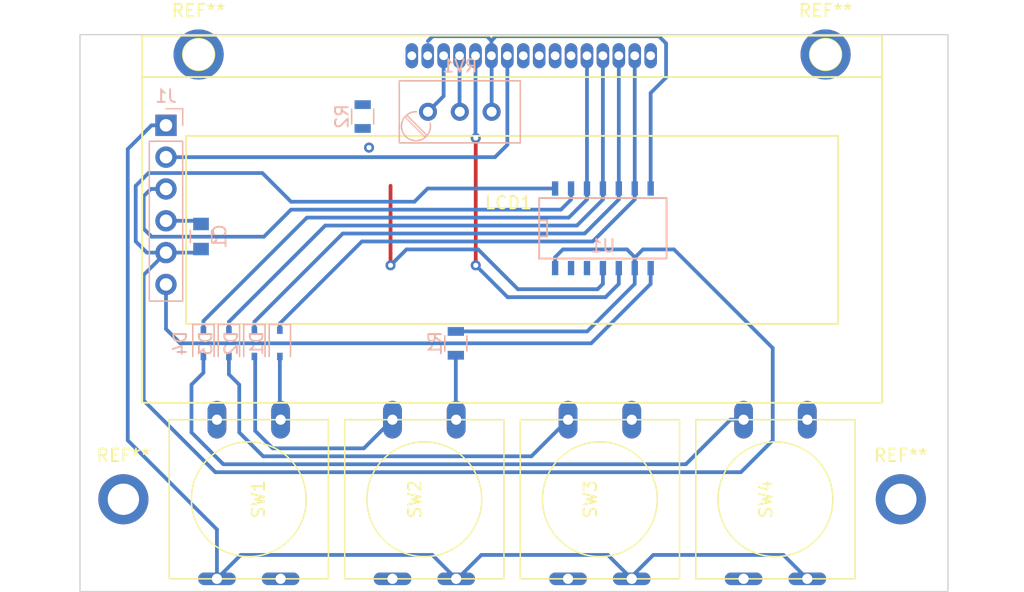
<source format=kicad_pcb>
(kicad_pcb (version 4) (host pcbnew 4.0.6-e0-6349~52~ubuntu16.10.1)

  (general
    (links 44)
    (no_connects 11)
    (area 72.285714 96.625 154.114286 144.015001)
    (thickness 1.6)
    (drawings 4)
    (tracks 155)
    (zones 0)
    (modules 19)
    (nets 26)
  )

  (page A4)
  (layers
    (0 F.Cu signal)
    (31 B.Cu signal)
    (32 B.Adhes user)
    (33 F.Adhes user)
    (34 B.Paste user)
    (35 F.Paste user)
    (36 B.SilkS user hide)
    (37 F.SilkS user)
    (38 B.Mask user)
    (39 F.Mask user)
    (40 Dwgs.User user)
    (41 Cmts.User user)
    (42 Eco1.User user)
    (43 Eco2.User user)
    (44 Edge.Cuts user)
    (45 Margin user)
    (46 B.CrtYd user)
    (47 F.CrtYd user)
    (48 B.Fab user hide)
    (49 F.Fab user)
  )

  (setup
    (last_trace_width 0.3)
    (user_trace_width 0.3)
    (trace_clearance 0.2)
    (zone_clearance 0.508)
    (zone_45_only no)
    (trace_min 0.2)
    (segment_width 0.1)
    (edge_width 0.1)
    (via_size 0.6)
    (via_drill 0.4)
    (via_min_size 0.4)
    (via_min_drill 0.3)
    (user_via 0.8 0.4)
    (uvia_size 0.3)
    (uvia_drill 0.1)
    (uvias_allowed no)
    (uvia_min_size 0.2)
    (uvia_min_drill 0.1)
    (pcb_text_width 0.3)
    (pcb_text_size 1.5 1.5)
    (mod_edge_width 0.15)
    (mod_text_size 1 1)
    (mod_text_width 0.15)
    (pad_size 3 1.5)
    (pad_drill 0.8128)
    (pad_to_mask_clearance 0.2)
    (aux_axis_origin 76.2 144.6)
    (grid_origin 76.2 144.6)
    (visible_elements FFFFEF7F)
    (pcbplotparams
      (layerselection 0x00030_80000001)
      (usegerberextensions false)
      (excludeedgelayer true)
      (linewidth 0.100000)
      (plotframeref false)
      (viasonmask false)
      (mode 1)
      (useauxorigin false)
      (hpglpennumber 1)
      (hpglpenspeed 20)
      (hpglpendiameter 15)
      (hpglpenoverlay 2)
      (psnegative false)
      (psa4output false)
      (plotreference true)
      (plotvalue true)
      (plotinvisibletext false)
      (padsonsilk false)
      (subtractmaskfromsilk false)
      (outputformat 4)
      (mirror false)
      (drillshape 0)
      (scaleselection 1)
      (outputdirectory ""))
  )

  (net 0 "")
  (net 1 +5V)
  (net 2 GND)
  (net 3 "Net-(D1-Pad1)")
  (net 4 "Net-(D1-Pad2)")
  (net 5 "Net-(D2-Pad1)")
  (net 6 "Net-(D2-Pad2)")
  (net 7 "Net-(D3-Pad1)")
  (net 8 "Net-(D3-Pad2)")
  (net 9 "Net-(D4-Pad1)")
  (net 10 "Net-(D4-Pad2)")
  (net 11 "Net-(J1-Pad1)")
  (net 12 "Net-(J1-Pad2)")
  (net 13 "Net-(J1-Pad3)")
  (net 14 "Net-(J1-Pad6)")
  (net 15 "Net-(LCD1-Pad1)")
  (net 16 "Net-(LCD1-Pad4)")
  (net 17 "Net-(LCD1-Pad5)")
  (net 18 "Net-(LCD1-Pad8)")
  (net 19 "Net-(LCD1-Pad9)")
  (net 20 "Net-(LCD1-Pad10)")
  (net 21 "Net-(LCD1-Pad11)")
  (net 22 "Net-(LCD1-Pad16)")
  (net 23 "Net-(R2-Pad2)")
  (net 24 "Net-(U1-Pad12)")
  (net 25 "Net-(U1-Pad13)")

  (net_class Default "Это класс цепей по умолчанию."
    (clearance 0.2)
    (trace_width 0.25)
    (via_dia 0.6)
    (via_drill 0.4)
    (uvia_dia 0.3)
    (uvia_drill 0.1)
    (add_net +5V)
    (add_net GND)
    (add_net "Net-(D1-Pad1)")
    (add_net "Net-(D1-Pad2)")
    (add_net "Net-(D2-Pad1)")
    (add_net "Net-(D2-Pad2)")
    (add_net "Net-(D3-Pad1)")
    (add_net "Net-(D3-Pad2)")
    (add_net "Net-(D4-Pad1)")
    (add_net "Net-(D4-Pad2)")
    (add_net "Net-(J1-Pad1)")
    (add_net "Net-(J1-Pad2)")
    (add_net "Net-(J1-Pad3)")
    (add_net "Net-(J1-Pad6)")
    (add_net "Net-(LCD1-Pad1)")
    (add_net "Net-(LCD1-Pad10)")
    (add_net "Net-(LCD1-Pad11)")
    (add_net "Net-(LCD1-Pad16)")
    (add_net "Net-(LCD1-Pad4)")
    (add_net "Net-(LCD1-Pad5)")
    (add_net "Net-(LCD1-Pad8)")
    (add_net "Net-(LCD1-Pad9)")
    (add_net "Net-(R2-Pad2)")
    (add_net "Net-(U1-Pad12)")
    (add_net "Net-(U1-Pad13)")
  )

  (module Potentiometers:Potentiometer_Trimmer_Bourns_3296W (layer B.Cu) (tedit 58826ECB) (tstamp 59231BD2)
    (at 106.4895 105.6745 180)
    (descr "Spindle Trimmer Potentiometer, Bourns 3296W, https://www.bourns.com/pdfs/3296.pdf")
    (tags "Spindle Trimmer Potentiometer   Bourns 3296W")
    (path /59236201)
    (fp_text reference RV1 (at -2.54 3.66 180) (layer B.SilkS)
      (effects (font (size 1 1) (thickness 0.15)) (justify mirror))
    )
    (fp_text value 10K (at -2.54 -3.67 180) (layer B.Fab)
      (effects (font (size 1 1) (thickness 0.15)) (justify mirror))
    )
    (fp_arc (start 0.955 -1.15) (end 0.955 -2.305) (angle 182) (layer B.SilkS) (width 0.12))
    (fp_arc (start 0.955 -1.15) (end -0.174 -0.91) (angle 103) (layer B.SilkS) (width 0.12))
    (fp_circle (center 0.955 -1.15) (end 2.05 -1.15) (layer B.Fab) (width 0.1))
    (fp_line (start -7.305 2.41) (end -7.305 -2.42) (layer B.Fab) (width 0.1))
    (fp_line (start -7.305 -2.42) (end 2.225 -2.42) (layer B.Fab) (width 0.1))
    (fp_line (start 2.225 -2.42) (end 2.225 2.41) (layer B.Fab) (width 0.1))
    (fp_line (start 2.225 2.41) (end -7.305 2.41) (layer B.Fab) (width 0.1))
    (fp_line (start 1.786 -0.454) (end 0.259 -1.981) (layer B.Fab) (width 0.1))
    (fp_line (start 1.652 -0.32) (end 0.125 -1.847) (layer B.Fab) (width 0.1))
    (fp_line (start -7.365 2.47) (end 2.285 2.47) (layer B.SilkS) (width 0.12))
    (fp_line (start -7.365 -2.481) (end 2.285 -2.481) (layer B.SilkS) (width 0.12))
    (fp_line (start -7.365 2.47) (end -7.365 -2.481) (layer B.SilkS) (width 0.12))
    (fp_line (start 2.285 2.47) (end 2.285 -2.481) (layer B.SilkS) (width 0.12))
    (fp_line (start 1.831 -0.416) (end 0.22 -2.026) (layer B.SilkS) (width 0.12))
    (fp_line (start 1.691 -0.275) (end 0.079 -1.885) (layer B.SilkS) (width 0.12))
    (fp_line (start -7.6 2.7) (end -7.6 -2.7) (layer B.CrtYd) (width 0.05))
    (fp_line (start -7.6 -2.7) (end 2.5 -2.7) (layer B.CrtYd) (width 0.05))
    (fp_line (start 2.5 -2.7) (end 2.5 2.7) (layer B.CrtYd) (width 0.05))
    (fp_line (start 2.5 2.7) (end -7.6 2.7) (layer B.CrtYd) (width 0.05))
    (pad 1 thru_hole circle (at 0 0 180) (size 1.44 1.44) (drill 0.8) (layers *.Cu *.Mask)
      (net 1 +5V))
    (pad 2 thru_hole circle (at -2.54 0 180) (size 1.44 1.44) (drill 0.8) (layers *.Cu *.Mask)
      (net 16 "Net-(LCD1-Pad4)"))
    (pad 3 thru_hole circle (at -5.08 0 180) (size 1.44 1.44) (drill 0.8) (layers *.Cu *.Mask)
      (net 2 GND))
    (model Potentiometers.3dshapes/Potentiometer_Trimmer_Bourns_3296W.wrl
      (at (xyz 0 0 0))
      (scale (xyz 1 1 1))
      (rotate (xyz 0 0 -90))
    )
  )

  (module Socket_Strips:Socket_Strip_Straight_1x06_Pitch2.54mm (layer B.Cu) (tedit 58CD5446) (tstamp 59231B79)
    (at 85.598 106.754 180)
    (descr "Through hole straight socket strip, 1x06, 2.54mm pitch, single row")
    (tags "Through hole socket strip THT 1x06 2.54mm single row")
    (path /592164B0)
    (fp_text reference J1 (at 0 2.33 180) (layer B.SilkS)
      (effects (font (size 1 1) (thickness 0.15)) (justify mirror))
    )
    (fp_text value CONN_01X06 (at 0 -15.03 180) (layer B.Fab)
      (effects (font (size 1 1) (thickness 0.15)) (justify mirror))
    )
    (fp_line (start -1.27 1.27) (end -1.27 -13.97) (layer B.Fab) (width 0.1))
    (fp_line (start -1.27 -13.97) (end 1.27 -13.97) (layer B.Fab) (width 0.1))
    (fp_line (start 1.27 -13.97) (end 1.27 1.27) (layer B.Fab) (width 0.1))
    (fp_line (start 1.27 1.27) (end -1.27 1.27) (layer B.Fab) (width 0.1))
    (fp_line (start -1.33 -1.27) (end -1.33 -14.03) (layer B.SilkS) (width 0.12))
    (fp_line (start -1.33 -14.03) (end 1.33 -14.03) (layer B.SilkS) (width 0.12))
    (fp_line (start 1.33 -14.03) (end 1.33 -1.27) (layer B.SilkS) (width 0.12))
    (fp_line (start 1.33 -1.27) (end -1.33 -1.27) (layer B.SilkS) (width 0.12))
    (fp_line (start -1.33 0) (end -1.33 1.33) (layer B.SilkS) (width 0.12))
    (fp_line (start -1.33 1.33) (end 0 1.33) (layer B.SilkS) (width 0.12))
    (fp_line (start -1.8 1.8) (end -1.8 -14.5) (layer B.CrtYd) (width 0.05))
    (fp_line (start -1.8 -14.5) (end 1.8 -14.5) (layer B.CrtYd) (width 0.05))
    (fp_line (start 1.8 -14.5) (end 1.8 1.8) (layer B.CrtYd) (width 0.05))
    (fp_line (start 1.8 1.8) (end -1.8 1.8) (layer B.CrtYd) (width 0.05))
    (fp_text user %R (at 0 2.33 180) (layer B.Fab)
      (effects (font (size 1 1) (thickness 0.15)) (justify mirror))
    )
    (pad 1 thru_hole rect (at 0 0 180) (size 1.7 1.7) (drill 1) (layers *.Cu *.Mask)
      (net 11 "Net-(J1-Pad1)"))
    (pad 2 thru_hole oval (at 0 -2.54 180) (size 1.7 1.7) (drill 1) (layers *.Cu *.Mask)
      (net 12 "Net-(J1-Pad2)"))
    (pad 3 thru_hole oval (at 0 -5.08 180) (size 1.7 1.7) (drill 1) (layers *.Cu *.Mask)
      (net 13 "Net-(J1-Pad3)"))
    (pad 4 thru_hole oval (at 0 -7.62 180) (size 1.7 1.7) (drill 1) (layers *.Cu *.Mask)
      (net 2 GND))
    (pad 5 thru_hole oval (at 0 -10.16 180) (size 1.7 1.7) (drill 1) (layers *.Cu *.Mask)
      (net 1 +5V))
    (pad 6 thru_hole oval (at 0 -12.7 180) (size 1.7 1.7) (drill 1) (layers *.Cu *.Mask)
      (net 14 "Net-(J1-Pad6)"))
    (model ${KISYS3DMOD}/Socket_Strips.3dshapes/Socket_Strip_Straight_1x06_Pitch2.54mm.wrl
      (at (xyz 0 -0.25 0))
      (scale (xyz 1 1 1))
      (rotate (xyz 0 0 270))
    )
  )

  (module Buttons_Switches_THT:SW_PUSH-12mm locked (layer F.Cu) (tedit 5933F960) (tstamp 59231BDF)
    (at 92.2 136.6 270)
    (path /592306B6)
    (fp_text reference SW1 (at 0 -0.762 270) (layer F.SilkS)
      (effects (font (size 1 1) (thickness 0.15)))
    )
    (fp_text value MENU (at 0 1.016 270) (layer F.Fab)
      (effects (font (size 1 1) (thickness 0.15)))
    )
    (fp_circle (center 0 0) (end 3.81 2.54) (layer F.SilkS) (width 0.12))
    (fp_line (start -6.35 -6.35) (end 6.35 -6.35) (layer F.SilkS) (width 0.12))
    (fp_line (start 6.35 -6.35) (end 6.35 6.35) (layer F.SilkS) (width 0.12))
    (fp_line (start 6.35 6.35) (end -6.35 6.35) (layer F.SilkS) (width 0.12))
    (fp_line (start -6.35 6.35) (end -6.35 -6.35) (layer F.SilkS) (width 0.12))
    (pad 1 thru_hole oval (at 6.35 -2.54) (size 3 1) (drill 0.8128) (layers *.Cu *.Mask)
      (net 4 "Net-(D1-Pad2)"))
    (pad 2 thru_hole oval (at 6.35 2.54) (size 3 1) (drill 0.8128) (layers *.Cu *.Mask)
      (net 11 "Net-(J1-Pad1)"))
    (pad 1 thru_hole oval (at -6.35 -2.54 270) (size 3 1.5) (drill 0.8128) (layers *.Cu *.Mask)
      (net 4 "Net-(D1-Pad2)"))
    (pad 2 thru_hole oval (at -6.35 2.54 270) (size 3 1.5) (drill 0.8128) (layers *.Cu *.Mask)
      (net 11 "Net-(J1-Pad1)"))
    (model Buttons_Switches_THT.3dshapes/SW_PUSH-12mm.wrl
      (at (xyz 0 0 0))
      (scale (xyz 4 4 4))
      (rotate (xyz 0 0 0))
    )
  )

  (module Mounting_Holes:MountingHole_2.5mm_Pad (layer F.Cu) (tedit 59294DC0) (tstamp 59295173)
    (at 138.2 101.1)
    (descr "Mounting Hole 2.5mm")
    (tags "mounting hole 2.5mm")
    (fp_text reference REF** (at 0 -3.5) (layer F.SilkS)
      (effects (font (size 1 1) (thickness 0.15)))
    )
    (fp_text value MountingHole_2.5mm_Pad (at 0 3.5) (layer F.Fab)
      (effects (font (size 1 1) (thickness 0.15)))
    )
    (fp_circle (center 0 0) (end 2.5 0) (layer Cmts.User) (width 0.15))
    (fp_circle (center 0 0) (end 2.75 0) (layer F.CrtYd) (width 0.05))
    (pad 1 thru_hole circle (at 0 0) (size 4 4) (drill 2.5) (layers *.Cu *.Mask))
  )

  (module Mounting_Holes:MountingHole_2.5mm_Pad locked (layer F.Cu) (tedit 59294DC0) (tstamp 5929513E)
    (at 144.2 136.6)
    (descr "Mounting Hole 2.5mm")
    (tags "mounting hole 2.5mm")
    (fp_text reference REF** (at 0 -3.5) (layer F.SilkS)
      (effects (font (size 1 1) (thickness 0.15)))
    )
    (fp_text value MountingHole_2.5mm_Pad (at 0 3.5) (layer F.Fab)
      (effects (font (size 1 1) (thickness 0.15)))
    )
    (fp_circle (center 0 0) (end 2.5 0) (layer Cmts.User) (width 0.15))
    (fp_circle (center 0 0) (end 2.75 0) (layer F.CrtYd) (width 0.05))
    (pad 1 thru_hole circle (at 0 0) (size 4 4) (drill 2.5) (layers *.Cu *.Mask))
  )

  (module Mounting_Holes:MountingHole_2.5mm_Pad locked (layer F.Cu) (tedit 59294DC0) (tstamp 592950C0)
    (at 82.2 136.6)
    (descr "Mounting Hole 2.5mm")
    (tags "mounting hole 2.5mm")
    (fp_text reference REF** (at 0 -3.5) (layer F.SilkS)
      (effects (font (size 1 1) (thickness 0.15)))
    )
    (fp_text value MountingHole_2.5mm_Pad (at 0 3.5) (layer F.Fab)
      (effects (font (size 1 1) (thickness 0.15)))
    )
    (fp_circle (center 0 0) (end 2.5 0) (layer Cmts.User) (width 0.15))
    (fp_circle (center 0 0) (end 2.75 0) (layer F.CrtYd) (width 0.05))
    (pad 1 thru_hole circle (at 0 0) (size 4 4) (drill 2.5) (layers *.Cu *.Mask))
  )

  (module Capacitors_SMD:C_0805 (layer B.Cu) (tedit 58AA8463) (tstamp 59231B00)
    (at 88.392 115.628 90)
    (descr "Capacitor SMD 0805, reflow soldering, AVX (see smccp.pdf)")
    (tags "capacitor 0805")
    (path /592315F5)
    (attr smd)
    (fp_text reference C1 (at 0 1.5 90) (layer B.SilkS)
      (effects (font (size 1 1) (thickness 0.15)) (justify mirror))
    )
    (fp_text value 100n (at 0 -1.75 90) (layer B.Fab)
      (effects (font (size 1 1) (thickness 0.15)) (justify mirror))
    )
    (fp_text user %R (at 0 1.5 90) (layer B.Fab)
      (effects (font (size 1 1) (thickness 0.15)) (justify mirror))
    )
    (fp_line (start -1 -0.62) (end -1 0.62) (layer B.Fab) (width 0.1))
    (fp_line (start 1 -0.62) (end -1 -0.62) (layer B.Fab) (width 0.1))
    (fp_line (start 1 0.62) (end 1 -0.62) (layer B.Fab) (width 0.1))
    (fp_line (start -1 0.62) (end 1 0.62) (layer B.Fab) (width 0.1))
    (fp_line (start 0.5 0.85) (end -0.5 0.85) (layer B.SilkS) (width 0.12))
    (fp_line (start -0.5 -0.85) (end 0.5 -0.85) (layer B.SilkS) (width 0.12))
    (fp_line (start -1.75 0.88) (end 1.75 0.88) (layer B.CrtYd) (width 0.05))
    (fp_line (start -1.75 0.88) (end -1.75 -0.87) (layer B.CrtYd) (width 0.05))
    (fp_line (start 1.75 -0.87) (end 1.75 0.88) (layer B.CrtYd) (width 0.05))
    (fp_line (start 1.75 -0.87) (end -1.75 -0.87) (layer B.CrtYd) (width 0.05))
    (pad 1 smd rect (at -1 0 90) (size 1 1.25) (layers B.Cu B.Paste B.Mask)
      (net 1 +5V))
    (pad 2 smd rect (at 1 0 90) (size 1 1.25) (layers B.Cu B.Paste B.Mask)
      (net 2 GND))
    (model Capacitors_SMD.3dshapes/C_0805.wrl
      (at (xyz 0 0 0))
      (scale (xyz 1 1 1))
      (rotate (xyz 0 0 0))
    )
  )

  (module Diodes_SMD:D_SOD-323 (layer B.Cu) (tedit 58641739) (tstamp 59231B18)
    (at 94.6785 124.153 270)
    (descr SOD-323)
    (tags SOD-323)
    (path /59231249)
    (attr smd)
    (fp_text reference D1 (at 0 1.85 270) (layer B.SilkS)
      (effects (font (size 1 1) (thickness 0.15)) (justify mirror))
    )
    (fp_text value BAS316 (at 0.1 -1.9 270) (layer B.Fab)
      (effects (font (size 1 1) (thickness 0.15)) (justify mirror))
    )
    (fp_text user %R (at 0 1.85 270) (layer B.Fab)
      (effects (font (size 1 1) (thickness 0.15)) (justify mirror))
    )
    (fp_line (start -1.5 0.85) (end -1.5 -0.85) (layer B.SilkS) (width 0.12))
    (fp_line (start 0.2 0) (end 0.45 0) (layer B.Fab) (width 0.1))
    (fp_line (start 0.2 -0.35) (end -0.3 0) (layer B.Fab) (width 0.1))
    (fp_line (start 0.2 0.35) (end 0.2 -0.35) (layer B.Fab) (width 0.1))
    (fp_line (start -0.3 0) (end 0.2 0.35) (layer B.Fab) (width 0.1))
    (fp_line (start -0.3 0) (end -0.5 0) (layer B.Fab) (width 0.1))
    (fp_line (start -0.3 0.35) (end -0.3 -0.35) (layer B.Fab) (width 0.1))
    (fp_line (start -0.9 -0.7) (end -0.9 0.7) (layer B.Fab) (width 0.1))
    (fp_line (start 0.9 -0.7) (end -0.9 -0.7) (layer B.Fab) (width 0.1))
    (fp_line (start 0.9 0.7) (end 0.9 -0.7) (layer B.Fab) (width 0.1))
    (fp_line (start -0.9 0.7) (end 0.9 0.7) (layer B.Fab) (width 0.1))
    (fp_line (start -1.6 0.95) (end 1.6 0.95) (layer B.CrtYd) (width 0.05))
    (fp_line (start 1.6 0.95) (end 1.6 -0.95) (layer B.CrtYd) (width 0.05))
    (fp_line (start -1.6 -0.95) (end 1.6 -0.95) (layer B.CrtYd) (width 0.05))
    (fp_line (start -1.6 0.95) (end -1.6 -0.95) (layer B.CrtYd) (width 0.05))
    (fp_line (start -1.5 -0.85) (end 1.05 -0.85) (layer B.SilkS) (width 0.12))
    (fp_line (start -1.5 0.85) (end 1.05 0.85) (layer B.SilkS) (width 0.12))
    (pad 1 smd rect (at -1.05 0 270) (size 0.6 0.45) (layers B.Cu B.Paste B.Mask)
      (net 3 "Net-(D1-Pad1)"))
    (pad 2 smd rect (at 1.05 0 270) (size 0.6 0.45) (layers B.Cu B.Paste B.Mask)
      (net 4 "Net-(D1-Pad2)"))
    (model ${KISYS3DMOD}/Diodes_SMD.3dshapes/D_SOD-323.wrl
      (at (xyz 0 0 0))
      (scale (xyz 1 1 1))
      (rotate (xyz 0 0 0))
    )
  )

  (module Diodes_SMD:D_SOD-323 (layer B.Cu) (tedit 58641739) (tstamp 59231B30)
    (at 92.6465 124.153 270)
    (descr SOD-323)
    (tags SOD-323)
    (path /592311DB)
    (attr smd)
    (fp_text reference D2 (at 0 1.85 270) (layer B.SilkS)
      (effects (font (size 1 1) (thickness 0.15)) (justify mirror))
    )
    (fp_text value BAS316 (at 0.1 -1.9 270) (layer B.Fab)
      (effects (font (size 1 1) (thickness 0.15)) (justify mirror))
    )
    (fp_text user %R (at 0 1.85 270) (layer B.Fab)
      (effects (font (size 1 1) (thickness 0.15)) (justify mirror))
    )
    (fp_line (start -1.5 0.85) (end -1.5 -0.85) (layer B.SilkS) (width 0.12))
    (fp_line (start 0.2 0) (end 0.45 0) (layer B.Fab) (width 0.1))
    (fp_line (start 0.2 -0.35) (end -0.3 0) (layer B.Fab) (width 0.1))
    (fp_line (start 0.2 0.35) (end 0.2 -0.35) (layer B.Fab) (width 0.1))
    (fp_line (start -0.3 0) (end 0.2 0.35) (layer B.Fab) (width 0.1))
    (fp_line (start -0.3 0) (end -0.5 0) (layer B.Fab) (width 0.1))
    (fp_line (start -0.3 0.35) (end -0.3 -0.35) (layer B.Fab) (width 0.1))
    (fp_line (start -0.9 -0.7) (end -0.9 0.7) (layer B.Fab) (width 0.1))
    (fp_line (start 0.9 -0.7) (end -0.9 -0.7) (layer B.Fab) (width 0.1))
    (fp_line (start 0.9 0.7) (end 0.9 -0.7) (layer B.Fab) (width 0.1))
    (fp_line (start -0.9 0.7) (end 0.9 0.7) (layer B.Fab) (width 0.1))
    (fp_line (start -1.6 0.95) (end 1.6 0.95) (layer B.CrtYd) (width 0.05))
    (fp_line (start 1.6 0.95) (end 1.6 -0.95) (layer B.CrtYd) (width 0.05))
    (fp_line (start -1.6 -0.95) (end 1.6 -0.95) (layer B.CrtYd) (width 0.05))
    (fp_line (start -1.6 0.95) (end -1.6 -0.95) (layer B.CrtYd) (width 0.05))
    (fp_line (start -1.5 -0.85) (end 1.05 -0.85) (layer B.SilkS) (width 0.12))
    (fp_line (start -1.5 0.85) (end 1.05 0.85) (layer B.SilkS) (width 0.12))
    (pad 1 smd rect (at -1.05 0 270) (size 0.6 0.45) (layers B.Cu B.Paste B.Mask)
      (net 5 "Net-(D2-Pad1)"))
    (pad 2 smd rect (at 1.05 0 270) (size 0.6 0.45) (layers B.Cu B.Paste B.Mask)
      (net 6 "Net-(D2-Pad2)"))
    (model ${KISYS3DMOD}/Diodes_SMD.3dshapes/D_SOD-323.wrl
      (at (xyz 0 0 0))
      (scale (xyz 1 1 1))
      (rotate (xyz 0 0 0))
    )
  )

  (module Diodes_SMD:D_SOD-323 (layer B.Cu) (tedit 58641739) (tstamp 59231B48)
    (at 90.6145 124.153 270)
    (descr SOD-323)
    (tags SOD-323)
    (path /59230EC7)
    (attr smd)
    (fp_text reference D3 (at 0 1.85 270) (layer B.SilkS)
      (effects (font (size 1 1) (thickness 0.15)) (justify mirror))
    )
    (fp_text value BAS316 (at 0.1 -1.9 270) (layer B.Fab)
      (effects (font (size 1 1) (thickness 0.15)) (justify mirror))
    )
    (fp_text user %R (at 0 1.85 270) (layer B.Fab)
      (effects (font (size 1 1) (thickness 0.15)) (justify mirror))
    )
    (fp_line (start -1.5 0.85) (end -1.5 -0.85) (layer B.SilkS) (width 0.12))
    (fp_line (start 0.2 0) (end 0.45 0) (layer B.Fab) (width 0.1))
    (fp_line (start 0.2 -0.35) (end -0.3 0) (layer B.Fab) (width 0.1))
    (fp_line (start 0.2 0.35) (end 0.2 -0.35) (layer B.Fab) (width 0.1))
    (fp_line (start -0.3 0) (end 0.2 0.35) (layer B.Fab) (width 0.1))
    (fp_line (start -0.3 0) (end -0.5 0) (layer B.Fab) (width 0.1))
    (fp_line (start -0.3 0.35) (end -0.3 -0.35) (layer B.Fab) (width 0.1))
    (fp_line (start -0.9 -0.7) (end -0.9 0.7) (layer B.Fab) (width 0.1))
    (fp_line (start 0.9 -0.7) (end -0.9 -0.7) (layer B.Fab) (width 0.1))
    (fp_line (start 0.9 0.7) (end 0.9 -0.7) (layer B.Fab) (width 0.1))
    (fp_line (start -0.9 0.7) (end 0.9 0.7) (layer B.Fab) (width 0.1))
    (fp_line (start -1.6 0.95) (end 1.6 0.95) (layer B.CrtYd) (width 0.05))
    (fp_line (start 1.6 0.95) (end 1.6 -0.95) (layer B.CrtYd) (width 0.05))
    (fp_line (start -1.6 -0.95) (end 1.6 -0.95) (layer B.CrtYd) (width 0.05))
    (fp_line (start -1.6 0.95) (end -1.6 -0.95) (layer B.CrtYd) (width 0.05))
    (fp_line (start -1.5 -0.85) (end 1.05 -0.85) (layer B.SilkS) (width 0.12))
    (fp_line (start -1.5 0.85) (end 1.05 0.85) (layer B.SilkS) (width 0.12))
    (pad 1 smd rect (at -1.05 0 270) (size 0.6 0.45) (layers B.Cu B.Paste B.Mask)
      (net 7 "Net-(D3-Pad1)"))
    (pad 2 smd rect (at 1.05 0 270) (size 0.6 0.45) (layers B.Cu B.Paste B.Mask)
      (net 8 "Net-(D3-Pad2)"))
    (model ${KISYS3DMOD}/Diodes_SMD.3dshapes/D_SOD-323.wrl
      (at (xyz 0 0 0))
      (scale (xyz 1 1 1))
      (rotate (xyz 0 0 0))
    )
  )

  (module Diodes_SMD:D_SOD-323 (layer B.Cu) (tedit 58641739) (tstamp 59231B60)
    (at 88.5825 124.153 270)
    (descr SOD-323)
    (tags SOD-323)
    (path /59230BEC)
    (attr smd)
    (fp_text reference D4 (at 0 1.85 270) (layer B.SilkS)
      (effects (font (size 1 1) (thickness 0.15)) (justify mirror))
    )
    (fp_text value BAS316 (at 0.1 -1.9 270) (layer B.Fab)
      (effects (font (size 1 1) (thickness 0.15)) (justify mirror))
    )
    (fp_text user %R (at 0 1.85 270) (layer B.Fab)
      (effects (font (size 1 1) (thickness 0.15)) (justify mirror))
    )
    (fp_line (start -1.5 0.85) (end -1.5 -0.85) (layer B.SilkS) (width 0.12))
    (fp_line (start 0.2 0) (end 0.45 0) (layer B.Fab) (width 0.1))
    (fp_line (start 0.2 -0.35) (end -0.3 0) (layer B.Fab) (width 0.1))
    (fp_line (start 0.2 0.35) (end 0.2 -0.35) (layer B.Fab) (width 0.1))
    (fp_line (start -0.3 0) (end 0.2 0.35) (layer B.Fab) (width 0.1))
    (fp_line (start -0.3 0) (end -0.5 0) (layer B.Fab) (width 0.1))
    (fp_line (start -0.3 0.35) (end -0.3 -0.35) (layer B.Fab) (width 0.1))
    (fp_line (start -0.9 -0.7) (end -0.9 0.7) (layer B.Fab) (width 0.1))
    (fp_line (start 0.9 -0.7) (end -0.9 -0.7) (layer B.Fab) (width 0.1))
    (fp_line (start 0.9 0.7) (end 0.9 -0.7) (layer B.Fab) (width 0.1))
    (fp_line (start -0.9 0.7) (end 0.9 0.7) (layer B.Fab) (width 0.1))
    (fp_line (start -1.6 0.95) (end 1.6 0.95) (layer B.CrtYd) (width 0.05))
    (fp_line (start 1.6 0.95) (end 1.6 -0.95) (layer B.CrtYd) (width 0.05))
    (fp_line (start -1.6 -0.95) (end 1.6 -0.95) (layer B.CrtYd) (width 0.05))
    (fp_line (start -1.6 0.95) (end -1.6 -0.95) (layer B.CrtYd) (width 0.05))
    (fp_line (start -1.5 -0.85) (end 1.05 -0.85) (layer B.SilkS) (width 0.12))
    (fp_line (start -1.5 0.85) (end 1.05 0.85) (layer B.SilkS) (width 0.12))
    (pad 1 smd rect (at -1.05 0 270) (size 0.6 0.45) (layers B.Cu B.Paste B.Mask)
      (net 9 "Net-(D4-Pad1)"))
    (pad 2 smd rect (at 1.05 0 270) (size 0.6 0.45) (layers B.Cu B.Paste B.Mask)
      (net 10 "Net-(D4-Pad2)"))
    (model ${KISYS3DMOD}/Diodes_SMD.3dshapes/D_SOD-323.wrl
      (at (xyz 0 0 0))
      (scale (xyz 1 1 1))
      (rotate (xyz 0 0 0))
    )
  )

  (module Resistors_SMD:R_0805 (layer B.Cu) (tedit 58E0A804) (tstamp 59231BA7)
    (at 108.712 124.1555 270)
    (descr "Resistor SMD 0805, reflow soldering, Vishay (see dcrcw.pdf)")
    (tags "resistor 0805")
    (path /59231584)
    (attr smd)
    (fp_text reference R1 (at 0 1.65 270) (layer B.SilkS)
      (effects (font (size 1 1) (thickness 0.15)) (justify mirror))
    )
    (fp_text value 1K (at 0 -1.75 270) (layer B.Fab)
      (effects (font (size 1 1) (thickness 0.15)) (justify mirror))
    )
    (fp_text user %R (at 0 0 270) (layer B.Fab)
      (effects (font (size 0.5 0.5) (thickness 0.075)) (justify mirror))
    )
    (fp_line (start -1 -0.62) (end -1 0.62) (layer B.Fab) (width 0.1))
    (fp_line (start 1 -0.62) (end -1 -0.62) (layer B.Fab) (width 0.1))
    (fp_line (start 1 0.62) (end 1 -0.62) (layer B.Fab) (width 0.1))
    (fp_line (start -1 0.62) (end 1 0.62) (layer B.Fab) (width 0.1))
    (fp_line (start 0.6 -0.88) (end -0.6 -0.88) (layer B.SilkS) (width 0.12))
    (fp_line (start -0.6 0.88) (end 0.6 0.88) (layer B.SilkS) (width 0.12))
    (fp_line (start -1.55 0.9) (end 1.55 0.9) (layer B.CrtYd) (width 0.05))
    (fp_line (start -1.55 0.9) (end -1.55 -0.9) (layer B.CrtYd) (width 0.05))
    (fp_line (start 1.55 -0.9) (end 1.55 0.9) (layer B.CrtYd) (width 0.05))
    (fp_line (start 1.55 -0.9) (end -1.55 -0.9) (layer B.CrtYd) (width 0.05))
    (pad 1 smd rect (at -0.95 0 270) (size 0.7 1.3) (layers B.Cu B.Paste B.Mask)
      (net 1 +5V))
    (pad 2 smd rect (at 0.95 0 270) (size 0.7 1.3) (layers B.Cu B.Paste B.Mask)
      (net 11 "Net-(J1-Pad1)"))
    (model ${KISYS3DMOD}/Resistors_SMD.3dshapes/R_0805.wrl
      (at (xyz 0 0 0))
      (scale (xyz 1 1 1))
      (rotate (xyz 0 0 0))
    )
  )

  (module Resistors_SMD:R_0805 (layer B.Cu) (tedit 58E0A804) (tstamp 59231BB8)
    (at 101.2825 106.053 270)
    (descr "Resistor SMD 0805, reflow soldering, Vishay (see dcrcw.pdf)")
    (tags "resistor 0805")
    (path /592339F0)
    (attr smd)
    (fp_text reference R2 (at 0 1.65 270) (layer B.SilkS)
      (effects (font (size 1 1) (thickness 0.15)) (justify mirror))
    )
    (fp_text value 50R (at 0 -1.75 270) (layer B.Fab)
      (effects (font (size 1 1) (thickness 0.15)) (justify mirror))
    )
    (fp_text user %R (at 0 0 270) (layer B.Fab)
      (effects (font (size 0.5 0.5) (thickness 0.075)) (justify mirror))
    )
    (fp_line (start -1 -0.62) (end -1 0.62) (layer B.Fab) (width 0.1))
    (fp_line (start 1 -0.62) (end -1 -0.62) (layer B.Fab) (width 0.1))
    (fp_line (start 1 0.62) (end 1 -0.62) (layer B.Fab) (width 0.1))
    (fp_line (start -1 0.62) (end 1 0.62) (layer B.Fab) (width 0.1))
    (fp_line (start 0.6 -0.88) (end -0.6 -0.88) (layer B.SilkS) (width 0.12))
    (fp_line (start -0.6 0.88) (end 0.6 0.88) (layer B.SilkS) (width 0.12))
    (fp_line (start -1.55 0.9) (end 1.55 0.9) (layer B.CrtYd) (width 0.05))
    (fp_line (start -1.55 0.9) (end -1.55 -0.9) (layer B.CrtYd) (width 0.05))
    (fp_line (start 1.55 -0.9) (end 1.55 0.9) (layer B.CrtYd) (width 0.05))
    (fp_line (start 1.55 -0.9) (end -1.55 -0.9) (layer B.CrtYd) (width 0.05))
    (pad 1 smd rect (at -0.95 0 270) (size 0.7 1.3) (layers B.Cu B.Paste B.Mask)
      (net 15 "Net-(LCD1-Pad1)"))
    (pad 2 smd rect (at 0.95 0 270) (size 0.7 1.3) (layers B.Cu B.Paste B.Mask)
      (net 23 "Net-(R2-Pad2)"))
    (model ${KISYS3DMOD}/Resistors_SMD.3dshapes/R_0805.wrl
      (at (xyz 0 0 0))
      (scale (xyz 1 1 1))
      (rotate (xyz 0 0 0))
    )
  )

  (module Buttons_Switches_THT:SW_PUSH-12mm locked (layer F.Cu) (tedit 5933F97B) (tstamp 59231BEC)
    (at 106.2 136.6 90)
    (path /59230705)
    (fp_text reference SW2 (at 0 -0.762 90) (layer F.SilkS)
      (effects (font (size 1 1) (thickness 0.15)))
    )
    (fp_text value DOWN (at 0 1.016 90) (layer F.Fab)
      (effects (font (size 1 1) (thickness 0.15)))
    )
    (fp_circle (center 0 0) (end 3.81 2.54) (layer F.SilkS) (width 0.12))
    (fp_line (start -6.35 -6.35) (end 6.35 -6.35) (layer F.SilkS) (width 0.12))
    (fp_line (start 6.35 -6.35) (end 6.35 6.35) (layer F.SilkS) (width 0.12))
    (fp_line (start 6.35 6.35) (end -6.35 6.35) (layer F.SilkS) (width 0.12))
    (fp_line (start -6.35 6.35) (end -6.35 -6.35) (layer F.SilkS) (width 0.12))
    (pad 1 thru_hole oval (at 6.35 -2.54 90) (size 3 1.5) (drill 0.8128) (layers *.Cu *.Mask)
      (net 6 "Net-(D2-Pad2)"))
    (pad 2 thru_hole oval (at 6.35 2.54 90) (size 3 1.5) (drill 0.8128) (layers *.Cu *.Mask)
      (net 11 "Net-(J1-Pad1)"))
    (pad 1 thru_hole oval (at -6.35 -2.54 180) (size 3 1) (drill 0.8128) (layers *.Cu *.Mask)
      (net 6 "Net-(D2-Pad2)"))
    (pad 2 thru_hole oval (at -6.35 2.54 180) (size 3 1) (drill 0.8128) (layers *.Cu *.Mask)
      (net 11 "Net-(J1-Pad1)"))
    (model Buttons_Switches_THT.3dshapes/SW_PUSH-12mm.wrl
      (at (xyz 0 0 0))
      (scale (xyz 4 4 4))
      (rotate (xyz 0 0 0))
    )
  )

  (module Buttons_Switches_THT:SW_PUSH-12mm locked (layer F.Cu) (tedit 5933FAB7) (tstamp 59231BF9)
    (at 120.2 136.6 90)
    (path /59230730)
    (fp_text reference SW3 (at 0 -0.762 90) (layer F.SilkS)
      (effects (font (size 1 1) (thickness 0.15)))
    )
    (fp_text value UP (at 0 1.016 90) (layer F.Fab)
      (effects (font (size 1 1) (thickness 0.15)))
    )
    (fp_circle (center 0 0) (end 3.81 2.54) (layer F.SilkS) (width 0.12))
    (fp_line (start -6.35 -6.35) (end 6.35 -6.35) (layer F.SilkS) (width 0.12))
    (fp_line (start 6.35 -6.35) (end 6.35 6.35) (layer F.SilkS) (width 0.12))
    (fp_line (start 6.35 6.35) (end -6.35 6.35) (layer F.SilkS) (width 0.12))
    (fp_line (start -6.35 6.35) (end -6.35 -6.35) (layer F.SilkS) (width 0.12))
    (pad 1 thru_hole oval (at 6.35 -2.54 90) (size 3 1.5) (drill 0.8128) (layers *.Cu *.Mask)
      (net 8 "Net-(D3-Pad2)"))
    (pad 2 thru_hole oval (at 6.35 2.54 90) (size 3 1.5) (drill 0.8128) (layers *.Cu *.Mask)
      (net 11 "Net-(J1-Pad1)"))
    (pad 1 thru_hole oval (at -6.35 -2.54 180) (size 3 1) (drill 0.8128) (layers *.Cu *.Mask)
      (net 8 "Net-(D3-Pad2)"))
    (pad 2 thru_hole oval (at -6.35 2.54 180) (size 3 1) (drill 0.8128) (layers *.Cu *.Mask)
      (net 11 "Net-(J1-Pad1)"))
    (model Buttons_Switches_THT.3dshapes/SW_PUSH-12mm.wrl
      (at (xyz 0 0 0))
      (scale (xyz 4 4 4))
      (rotate (xyz 0 0 0))
    )
  )

  (module Buttons_Switches_THT:SW_PUSH-12mm locked (layer F.Cu) (tedit 5933FAC6) (tstamp 59231C06)
    (at 134.2 136.6 90)
    (path /59230777)
    (fp_text reference SW4 (at 0 -0.762 90) (layer F.SilkS)
      (effects (font (size 1 1) (thickness 0.15)))
    )
    (fp_text value OK (at 0 1.016 90) (layer F.Fab)
      (effects (font (size 1 1) (thickness 0.15)))
    )
    (fp_circle (center 0 0) (end 3.81 2.54) (layer F.SilkS) (width 0.12))
    (fp_line (start -6.35 -6.35) (end 6.35 -6.35) (layer F.SilkS) (width 0.12))
    (fp_line (start 6.35 -6.35) (end 6.35 6.35) (layer F.SilkS) (width 0.12))
    (fp_line (start 6.35 6.35) (end -6.35 6.35) (layer F.SilkS) (width 0.12))
    (fp_line (start -6.35 6.35) (end -6.35 -6.35) (layer F.SilkS) (width 0.12))
    (pad 1 thru_hole oval (at 6.35 -2.54 90) (size 3 1.5) (drill 0.8128) (layers *.Cu *.Mask)
      (net 10 "Net-(D4-Pad2)"))
    (pad 2 thru_hole oval (at 6.35 2.54 90) (size 3 1.5) (drill 0.8128) (layers *.Cu *.Mask)
      (net 11 "Net-(J1-Pad1)"))
    (pad 1 thru_hole oval (at -6.35 -2.54 180) (size 3 1) (drill 0.8128) (layers *.Cu *.Mask)
      (net 10 "Net-(D4-Pad2)"))
    (pad 2 thru_hole oval (at -6.35 2.54 180) (size 3 1) (drill 0.8128) (layers *.Cu *.Mask)
      (net 11 "Net-(J1-Pad1)"))
    (model Buttons_Switches_THT.3dshapes/SW_PUSH-12mm.wrl
      (at (xyz 0 0 0))
      (scale (xyz 4 4 4))
      (rotate (xyz 0 0 0))
    )
  )

  (module SMD_Packages:SOIC-14_N locked (layer B.Cu) (tedit 0) (tstamp 59231C1F)
    (at 120.44 115.1)
    (descr "Module CMS SOJ 14 pins Large")
    (tags "CMS SOJ")
    (path /59231658)
    (attr smd)
    (fp_text reference U1 (at 0 1.27) (layer B.SilkS)
      (effects (font (size 1 1) (thickness 0.15)) (justify mirror))
    )
    (fp_text value 74164 (at 0 -1.27) (layer B.Fab)
      (effects (font (size 1 1) (thickness 0.15)) (justify mirror))
    )
    (fp_line (start 5.08 2.286) (end 5.08 -2.54) (layer B.SilkS) (width 0.15))
    (fp_line (start 5.08 -2.54) (end -5.08 -2.54) (layer B.SilkS) (width 0.15))
    (fp_line (start -5.08 -2.54) (end -5.08 2.286) (layer B.SilkS) (width 0.15))
    (fp_line (start -5.08 2.286) (end 5.08 2.286) (layer B.SilkS) (width 0.15))
    (fp_line (start -5.08 0.508) (end -4.445 0.508) (layer B.SilkS) (width 0.15))
    (fp_line (start -4.445 0.508) (end -4.445 -0.762) (layer B.SilkS) (width 0.15))
    (fp_line (start -4.445 -0.762) (end -5.08 -0.762) (layer B.SilkS) (width 0.15))
    (pad 1 smd rect (at -3.81 -3.302) (size 0.508 1.143) (layers B.Cu B.Paste B.Mask)
      (net 1 +5V))
    (pad 2 smd rect (at -2.54 -3.302) (size 0.508 1.143) (layers B.Cu B.Paste B.Mask)
      (net 13 "Net-(J1-Pad3)"))
    (pad 3 smd rect (at -1.27 -3.302) (size 0.508 1.143) (layers B.Cu B.Paste B.Mask)
      (net 9 "Net-(D4-Pad1)"))
    (pad 4 smd rect (at 0 -3.302) (size 0.508 1.143) (layers B.Cu B.Paste B.Mask)
      (net 7 "Net-(D3-Pad1)"))
    (pad 5 smd rect (at 1.27 -3.302) (size 0.508 1.143) (layers B.Cu B.Paste B.Mask)
      (net 5 "Net-(D2-Pad1)"))
    (pad 6 smd rect (at 2.54 -3.302) (size 0.508 1.143) (layers B.Cu B.Paste B.Mask)
      (net 3 "Net-(D1-Pad1)"))
    (pad 7 smd rect (at 3.81 -3.302) (size 0.508 1.143) (layers B.Cu B.Paste B.Mask)
      (net 2 GND))
    (pad 8 smd rect (at 3.81 3.048) (size 0.508 1.143) (layers B.Cu B.Paste B.Mask)
      (net 14 "Net-(J1-Pad6)"))
    (pad 9 smd rect (at 2.54 3.048) (size 0.508 1.143) (layers B.Cu B.Paste B.Mask)
      (net 1 +5V))
    (pad 11 smd rect (at 0 3.048) (size 0.508 1.143) (layers B.Cu B.Paste B.Mask)
      (net 23 "Net-(R2-Pad2)"))
    (pad 12 smd rect (at -1.27 3.048) (size 0.508 1.143) (layers B.Cu B.Paste B.Mask)
      (net 24 "Net-(U1-Pad12)"))
    (pad 13 smd rect (at -2.54 3.048) (size 0.508 1.143) (layers B.Cu B.Paste B.Mask)
      (net 25 "Net-(U1-Pad13)"))
    (pad 14 smd rect (at -3.81 3.048) (size 0.508 1.143) (layers B.Cu B.Paste B.Mask)
      (net 1 +5V))
    (pad 10 smd rect (at 1.27 3.048) (size 0.508 1.143) (layers B.Cu B.Paste B.Mask)
      (net 17 "Net-(LCD1-Pad5)"))
    (model SMD_Packages.3dshapes/SOIC-14_N.wrl
      (at (xyz 0 0 0))
      (scale (xyz 0.5 0.4 0.5))
      (rotate (xyz 0 0 0))
    )
  )

  (module Mounting_Holes:MountingHole_2.5mm_Pad (layer F.Cu) (tedit 59294DC0) (tstamp 59285CE5)
    (at 88.2 101.1)
    (descr "Mounting Hole 2.5mm")
    (tags "mounting hole 2.5mm")
    (fp_text reference REF** (at 0 -3.5) (layer F.SilkS)
      (effects (font (size 1 1) (thickness 0.15)))
    )
    (fp_text value MountingHole_2.5mm_Pad (at 0 3.5) (layer F.Fab)
      (effects (font (size 1 1) (thickness 0.15)))
    )
    (fp_circle (center 0 0) (end 2.5 0) (layer Cmts.User) (width 0.15))
    (fp_circle (center 0 0) (end 2.75 0) (layer F.CrtYd) (width 0.05))
    (pad 1 thru_hole circle (at 0 0) (size 4 4) (drill 2.5) (layers *.Cu *.Mask))
  )

  (module winstar:WH1602S locked (layer F.Cu) (tedit 592944F9) (tstamp 59231B96)
    (at 113.2 115.1)
    (descr WH1602S)
    (tags "WH1602, HD44780")
    (path /592097AA)
    (fp_text reference LCD1 (at -0.29 -2.165) (layer F.SilkS)
      (effects (font (size 1 1) (thickness 0.15)))
    )
    (fp_text value WH1602S (at -0.29 -4.705) (layer F.Fab)
      (effects (font (size 1 1) (thickness 0.15)))
    )
    (fp_circle (center 25 -14) (end 25 -12.75) (layer F.SilkS) (width 0.15))
    (fp_circle (center -25 -14) (end -25 -12.75) (layer F.SilkS) (width 0.15))
    (fp_line (start 26 -7.5) (end 26 7.5) (layer F.SilkS) (width 0.15))
    (fp_line (start -26 -7.5) (end -26 7.5) (layer F.SilkS) (width 0.15))
    (fp_line (start -26 7.5) (end 26 7.5) (layer F.SilkS) (width 0.15))
    (fp_line (start -26 -7.5) (end 26 -7.5) (layer F.SilkS) (width 0.15))
    (fp_line (start -29.5 -12.2) (end 29.5 -12.2) (layer F.SilkS) (width 0.15))
    (fp_line (start -29.5 -15.5) (end 29.5 -15.5) (layer F.SilkS) (width 0.15))
    (fp_line (start 29.5 -15.5) (end 29.5 13.8) (layer F.SilkS) (width 0.15))
    (fp_line (start 29.5 13.8) (end -29.5 13.8) (layer F.SilkS) (width 0.15))
    (fp_line (start -29.5 13.8) (end -29.5 -15.5) (layer F.SilkS) (width 0.15))
    (pad 1 thru_hole oval (at -8 -13.9) (size 1 2) (drill 0.7) (layers *.Cu *.Mask)
      (net 15 "Net-(LCD1-Pad1)"))
    (pad 2 thru_hole oval (at -6.73 -13.9) (size 1 2) (drill 0.7) (layers *.Cu *.Mask)
      (net 2 GND))
    (pad 3 thru_hole oval (at -5.46 -13.9) (size 1 2) (drill 0.7) (layers *.Cu *.Mask)
      (net 1 +5V))
    (pad 4 thru_hole oval (at -4.19 -13.9) (size 1 2) (drill 0.7) (layers *.Cu *.Mask)
      (net 16 "Net-(LCD1-Pad4)"))
    (pad 5 thru_hole oval (at -2.92 -13.9) (size 1 2) (drill 0.7) (layers *.Cu *.Mask)
      (net 17 "Net-(LCD1-Pad5)"))
    (pad 6 thru_hole oval (at -1.65 -13.9) (size 1 2) (drill 0.7) (layers *.Cu *.Mask)
      (net 2 GND))
    (pad 7 thru_hole oval (at -0.38 -13.9) (size 1 2) (drill 0.7) (layers *.Cu *.Mask)
      (net 12 "Net-(J1-Pad2)"))
    (pad 8 thru_hole oval (at 0.89 -13.9) (size 1 2) (drill 0.7) (layers *.Cu *.Mask)
      (net 18 "Net-(LCD1-Pad8)"))
    (pad 9 thru_hole oval (at 2.16 -13.9) (size 1 2) (drill 0.7) (layers *.Cu *.Mask)
      (net 19 "Net-(LCD1-Pad9)"))
    (pad 10 thru_hole oval (at 3.43 -13.9) (size 1 2) (drill 0.7) (layers *.Cu *.Mask)
      (net 20 "Net-(LCD1-Pad10)"))
    (pad 11 thru_hole oval (at 4.7 -13.9) (size 1 2) (drill 0.7) (layers *.Cu *.Mask)
      (net 21 "Net-(LCD1-Pad11)"))
    (pad 12 thru_hole oval (at 5.97 -13.9) (size 1 2) (drill 0.7) (layers *.Cu *.Mask)
      (net 9 "Net-(D4-Pad1)"))
    (pad 13 thru_hole oval (at 7.24 -13.9) (size 1 2) (drill 0.7) (layers *.Cu *.Mask)
      (net 7 "Net-(D3-Pad1)"))
    (pad 14 thru_hole oval (at 8.51 -13.9) (size 1 2) (drill 0.7) (layers *.Cu *.Mask)
      (net 5 "Net-(D2-Pad1)"))
    (pad 15 thru_hole oval (at 9.78 -13.9) (size 1 2) (drill 0.7) (layers *.Cu *.Mask)
      (net 3 "Net-(D1-Pad1)"))
    (pad 16 thru_hole oval (at 11.05 -13.9) (size 1 2) (drill 0.7) (layers *.Cu *.Mask)
      (net 22 "Net-(LCD1-Pad16)"))
    (model ../../../../../home/ps/projects/sg-420m/hardware/freecad/wh1602s.wrl
      (at (xyz -1.161417 -0.543307 0.1968503937))
      (scale (xyz 0.393701 0.393701 0.393701))
      (rotate (xyz 0 0 0))
    )
  )

  (gr_line (start 78.74 99.515) (end 78.74 143.965) (layer Edge.Cuts) (width 0.1))
  (gr_line (start 147.955 99.515) (end 78.74 99.515) (layer Edge.Cuts) (width 0.1))
  (gr_line (start 147.955 143.965) (end 147.955 99.515) (layer Edge.Cuts) (width 0.1))
  (gr_line (start 78.74 143.965) (end 147.955 143.965) (layer Edge.Cuts) (width 0.1))

  (segment (start 116.63 111.798) (end 106.462 111.798) (width 0.3) (layer B.Cu) (net 1))
  (segment (start 106.462 111.798) (end 105.41 112.85) (width 0.3) (layer B.Cu) (net 1))
  (segment (start 83.185 111.58) (end 83.185 116.025) (width 0.3) (layer B.Cu) (net 1))
  (segment (start 83.185 116.025) (end 84.074 116.914) (width 0.3) (layer B.Cu) (net 1))
  (segment (start 84.074 116.914) (end 85.598 116.914) (width 0.3) (layer B.Cu) (net 1))
  (segment (start 105.41 112.85) (end 95.5675 112.85) (width 0.3) (layer B.Cu) (net 1))
  (segment (start 95.5675 112.85) (end 93.2815 110.564) (width 0.3) (layer B.Cu) (net 1))
  (segment (start 93.2815 110.564) (end 84.201 110.564) (width 0.3) (layer B.Cu) (net 1))
  (segment (start 84.201 110.564) (end 83.185 111.58) (width 0.3) (layer B.Cu) (net 1))
  (segment (start 108.712 123.2055) (end 119.1845 123.2055) (width 0.3) (layer B.Cu) (net 1))
  (segment (start 119.1845 123.2055) (end 122.98 119.41) (width 0.3) (layer B.Cu) (net 1))
  (segment (start 122.98 119.41) (end 122.98 118.148) (width 0.3) (layer B.Cu) (net 1))
  (segment (start 85.598 116.914) (end 83.82 118.692) (width 0.3) (layer B.Cu) (net 1))
  (segment (start 83.82 118.692) (end 83.82 128.725) (width 0.3) (layer B.Cu) (net 1))
  (segment (start 122.98 117.3145) (end 122.98 118.148) (width 0.3) (layer B.Cu) (net 1))
  (segment (start 83.82 128.725) (end 89.535 134.44) (width 0.3) (layer B.Cu) (net 1))
  (segment (start 89.535 134.44) (end 131.445 134.44) (width 0.3) (layer B.Cu) (net 1))
  (segment (start 131.445 134.44) (end 133.985 131.9) (width 0.3) (layer B.Cu) (net 1))
  (segment (start 133.985 131.9) (end 133.985 124.534) (width 0.3) (layer B.Cu) (net 1))
  (segment (start 133.985 124.534) (end 126.111 116.66) (width 0.3) (layer B.Cu) (net 1))
  (segment (start 123.6345 116.66) (end 122.98 117.3145) (width 0.3) (layer B.Cu) (net 1))
  (segment (start 126.111 116.66) (end 123.6345 116.66) (width 0.3) (layer B.Cu) (net 1))
  (segment (start 116.63 118.148) (end 116.63 117.2765) (width 0.3) (layer B.Cu) (net 1))
  (segment (start 116.63 117.2765) (end 117.2465 116.66) (width 0.3) (layer B.Cu) (net 1))
  (segment (start 117.2465 116.66) (end 122.3635 116.66) (width 0.3) (layer B.Cu) (net 1))
  (segment (start 122.3635 116.66) (end 122.98 117.2765) (width 0.3) (layer B.Cu) (net 1))
  (segment (start 122.98 117.2765) (end 122.98 118.148) (width 0.3) (layer B.Cu) (net 1))
  (segment (start 107.74 101.2) (end 107.74 104.424) (width 0.3) (layer B.Cu) (net 1))
  (segment (start 107.74 104.424) (end 106.4895 105.6745) (width 0.3) (layer B.Cu) (net 1))
  (segment (start 85.598 116.914) (end 88.376 116.914) (width 0.3) (layer B.Cu) (net 1))
  (segment (start 107.74 101.2) (end 107.7595 101.2195) (width 0.3) (layer B.Cu) (net 1))
  (segment (start 88.376 116.914) (end 88.392 116.898) (width 0.3) (layer B.Cu) (net 1) (tstamp 59329E4B))
  (segment (start 106.47 101.2) (end 106.47 101.7) (width 0.3) (layer B.Cu) (net 2))
  (segment (start 111.5695 105.6745) (end 111.5695 101.2195) (width 0.3) (layer B.Cu) (net 2))
  (segment (start 111.5695 101.2195) (end 111.55 101.2) (width 0.3) (layer B.Cu) (net 2))
  (segment (start 111.55 100.0035) (end 111.1885 99.642) (width 0.3) (layer B.Cu) (net 2))
  (segment (start 106.8705 99.642) (end 106.4895 100.023) (width 0.3) (layer B.Cu) (net 2))
  (segment (start 111.1885 99.642) (end 106.8705 99.642) (width 0.3) (layer B.Cu) (net 2))
  (segment (start 85.598 114.374) (end 87.868 114.374) (width 0.3) (layer B.Cu) (net 2))
  (segment (start 87.868 114.374) (end 88.392 114.898) (width 0.3) (layer B.Cu) (net 2) (tstamp 59329E4F))
  (segment (start 111.55 100.0035) (end 111.55 101.2) (width 0.3) (layer B.Cu) (net 2))
  (segment (start 124.9045 99.642) (end 111.9115 99.642) (width 0.3) (layer B.Cu) (net 2))
  (segment (start 111.9115 99.642) (end 111.55 100.0035) (width 0.3) (layer B.Cu) (net 2))
  (segment (start 125.476 102.944) (end 125.476 100.2135) (width 0.3) (layer B.Cu) (net 2))
  (segment (start 125.476 100.2135) (end 124.9045 99.642) (width 0.3) (layer B.Cu) (net 2))
  (segment (start 124.25 104.17) (end 125.476 102.944) (width 0.3) (layer B.Cu) (net 2))
  (segment (start 124.25 111.798) (end 124.25 104.17) (width 0.3) (layer B.Cu) (net 2))
  (segment (start 122.98 111.798) (end 122.98 112.6695) (width 0.3) (layer B.Cu) (net 3))
  (segment (start 122.98 112.6695) (end 119.6245 116.025) (width 0.3) (layer B.Cu) (net 3))
  (segment (start 119.6245 116.025) (end 101.219 116.025) (width 0.3) (layer B.Cu) (net 3))
  (segment (start 101.219 116.025) (end 94.6785 122.5655) (width 0.3) (layer B.Cu) (net 3))
  (segment (start 94.6785 122.5655) (end 94.6785 123.103) (width 0.3) (layer B.Cu) (net 3))
  (segment (start 122.98 111.798) (end 122.98 101.2) (width 0.3) (layer B.Cu) (net 3) (status 10))
  (segment (start 94.6785 125.203) (end 94.6785 130.1885) (width 0.3) (layer B.Cu) (net 4))
  (segment (start 94.6785 130.1885) (end 94.74 130.25) (width 0.3) (layer B.Cu) (net 4) (tstamp 5933FA6D))
  (segment (start 121.71 111.798) (end 121.71 112.6695) (width 0.3) (layer B.Cu) (net 5))
  (segment (start 121.71 112.6695) (end 118.9895 115.39) (width 0.3) (layer B.Cu) (net 5))
  (segment (start 118.9895 115.39) (end 99.695 115.39) (width 0.3) (layer B.Cu) (net 5))
  (segment (start 99.695 115.39) (end 92.6465 122.4385) (width 0.3) (layer B.Cu) (net 5))
  (segment (start 92.6465 122.4385) (end 92.6465 123.103) (width 0.3) (layer B.Cu) (net 5))
  (segment (start 121.71 111.798) (end 121.71 101.2) (width 0.3) (layer B.Cu) (net 5) (status 10))
  (segment (start 92.6465 125.203) (end 92.71 125.2665) (width 0.3) (layer B.Cu) (net 6))
  (segment (start 92.71 125.2665) (end 92.71 131.138) (width 0.3) (layer B.Cu) (net 6))
  (segment (start 92.71 131.138) (end 94.107 132.535) (width 0.3) (layer B.Cu) (net 6))
  (segment (start 101.375 132.535) (end 103.66 130.25) (width 0.3) (layer B.Cu) (net 6))
  (segment (start 94.107 132.535) (end 101.375 132.535) (width 0.3) (layer B.Cu) (net 6))
  (segment (start 120.44 111.798) (end 120.44 112.679) (width 0.3) (layer B.Cu) (net 7))
  (segment (start 120.44 112.679) (end 118.364 114.755) (width 0.3) (layer B.Cu) (net 7))
  (segment (start 118.364 114.755) (end 98.298 114.755) (width 0.3) (layer B.Cu) (net 7))
  (segment (start 98.298 114.755) (end 90.6145 122.4385) (width 0.3) (layer B.Cu) (net 7))
  (segment (start 90.6145 122.4385) (end 90.6145 123.103) (width 0.3) (layer B.Cu) (net 7))
  (segment (start 120.44 111.798) (end 120.44 101.2) (width 0.3) (layer B.Cu) (net 7) (status 10))
  (segment (start 90.6145 125.203) (end 90.6145 126.6295) (width 0.3) (layer B.Cu) (net 8))
  (segment (start 90.6145 126.6295) (end 91.44 127.455) (width 0.3) (layer B.Cu) (net 8))
  (segment (start 91.44 127.455) (end 91.44 131.265) (width 0.3) (layer B.Cu) (net 8))
  (segment (start 93.345 133.17) (end 114.74 133.17) (width 0.3) (layer B.Cu) (net 8))
  (segment (start 91.44 131.265) (end 93.345 133.17) (width 0.3) (layer B.Cu) (net 8))
  (segment (start 114.74 133.17) (end 117.66 130.25) (width 0.3) (layer B.Cu) (net 8))
  (segment (start 119.17 111.798) (end 119.17 112.6695) (width 0.3) (layer B.Cu) (net 9))
  (segment (start 119.17 112.6695) (end 117.7195 114.12) (width 0.3) (layer B.Cu) (net 9))
  (segment (start 117.7195 114.12) (end 96.8375 114.12) (width 0.3) (layer B.Cu) (net 9))
  (segment (start 96.8375 114.12) (end 88.5825 122.375) (width 0.3) (layer B.Cu) (net 9))
  (segment (start 88.5825 122.375) (end 88.5825 123.103) (width 0.3) (layer B.Cu) (net 9))
  (segment (start 119.17 111.798) (end 119.17 101.2) (width 0.3) (layer B.Cu) (net 9) (status 10))
  (segment (start 88.5825 125.203) (end 88.5825 126.5025) (width 0.3) (layer B.Cu) (net 10))
  (segment (start 88.5825 126.5025) (end 87.63 127.455) (width 0.3) (layer B.Cu) (net 10))
  (segment (start 87.63 127.455) (end 87.63 131.265) (width 0.3) (layer B.Cu) (net 10))
  (segment (start 127.055 133.805) (end 130.61 130.25) (width 0.3) (layer B.Cu) (net 10))
  (segment (start 87.63 131.265) (end 90.17 133.805) (width 0.3) (layer B.Cu) (net 10))
  (segment (start 90.17 133.805) (end 127.055 133.805) (width 0.3) (layer B.Cu) (net 10))
  (segment (start 130.61 130.25) (end 131.66 130.25) (width 0.3) (layer B.Cu) (net 10))
  (segment (start 131.572 130.162) (end 131.66 130.25) (width 0.3) (layer B.Cu) (net 10) (tstamp 592EE1C9))
  (segment (start 85.598 106.754) (end 84.448 106.754) (width 0.3) (layer B.Cu) (net 11))
  (segment (start 82.55 131.9) (end 89.66 139.01) (width 0.3) (layer B.Cu) (net 11))
  (segment (start 84.448 106.754) (end 82.55 108.652) (width 0.3) (layer B.Cu) (net 11))
  (segment (start 82.55 108.652) (end 82.55 131.9) (width 0.3) (layer B.Cu) (net 11))
  (segment (start 89.66 139.01) (end 89.66 142.15) (width 0.3) (layer B.Cu) (net 11))
  (segment (start 89.66 142.15) (end 89.66 142.95) (width 0.3) (layer B.Cu) (net 11))
  (segment (start 108.712 125.1055) (end 108.712 130.222) (width 0.3) (layer B.Cu) (net 11))
  (segment (start 108.712 130.222) (end 108.74 130.25) (width 0.3) (layer B.Cu) (net 11))
  (segment (start 89.66 142.95) (end 89.66 142.947) (width 0.3) (layer B.Cu) (net 11))
  (segment (start 89.66 142.95) (end 89.661 142.95) (width 0.3) (layer B.Cu) (net 11))
  (segment (start 89.661 142.95) (end 91.567 141.044) (width 0.3) (layer B.Cu) (net 11))
  (segment (start 91.567 141.044) (end 106.834 141.044) (width 0.3) (layer B.Cu) (net 11))
  (segment (start 106.834 141.044) (end 108.74 142.95) (width 0.3) (layer B.Cu) (net 11))
  (segment (start 124.46 141.044) (end 134.834 141.044) (width 0.3) (layer B.Cu) (net 11))
  (segment (start 122.74 142.764) (end 124.46 141.044) (width 0.3) (layer B.Cu) (net 11) (tstamp 592EDFBE))
  (segment (start 134.834 141.044) (end 136.74 142.95) (width 0.3) (layer B.Cu) (net 11) (tstamp 592EDFC2))
  (segment (start 122.74 142.95) (end 122.74 142.764) (width 0.3) (layer B.Cu) (net 11))
  (segment (start 110.744 141.044) (end 120.834 141.044) (width 0.3) (layer B.Cu) (net 11))
  (segment (start 108.838 142.95) (end 110.744 141.044) (width 0.3) (layer B.Cu) (net 11) (tstamp 592EDFB6))
  (segment (start 120.834 141.044) (end 122.74 142.95) (width 0.3) (layer B.Cu) (net 11) (tstamp 592EDFBA))
  (segment (start 108.74 142.95) (end 108.838 142.95) (width 0.3) (layer B.Cu) (net 11))
  (segment (start 85.598 109.294) (end 111.833002 109.294) (width 0.3) (layer B.Cu) (net 12))
  (segment (start 111.833002 109.294) (end 112.82 108.307002) (width 0.3) (layer B.Cu) (net 12))
  (segment (start 112.82 108.307002) (end 112.82 102.5) (width 0.3) (layer B.Cu) (net 12))
  (segment (start 112.82 102.5) (end 112.82 101.2) (width 0.3) (layer B.Cu) (net 12))
  (segment (start 85.598 111.834) (end 84.3915 111.834) (width 0.3) (layer B.Cu) (net 13))
  (segment (start 84.3915 111.834) (end 83.82 112.4055) (width 0.3) (layer B.Cu) (net 13))
  (segment (start 83.82 112.4055) (end 83.82 115.009) (width 0.3) (layer B.Cu) (net 13))
  (segment (start 117.9 112.679) (end 117.9 111.798) (width 0.3) (layer B.Cu) (net 13))
  (segment (start 83.82 115.009) (end 84.455 115.644) (width 0.3) (layer B.Cu) (net 13))
  (segment (start 95.5675 113.485) (end 117.094 113.485) (width 0.3) (layer B.Cu) (net 13))
  (segment (start 84.455 115.644) (end 93.4085 115.644) (width 0.3) (layer B.Cu) (net 13))
  (segment (start 93.4085 115.644) (end 95.5675 113.485) (width 0.3) (layer B.Cu) (net 13))
  (segment (start 117.094 113.485) (end 117.9 112.679) (width 0.3) (layer B.Cu) (net 13))
  (segment (start 124.25 118.148) (end 124.25 119.41) (width 0.3) (layer B.Cu) (net 14))
  (segment (start 124.25 119.41) (end 119.507 124.153) (width 0.3) (layer B.Cu) (net 14))
  (segment (start 119.507 124.153) (end 86.741 124.153) (width 0.3) (layer B.Cu) (net 14))
  (segment (start 86.741 124.153) (end 85.598 123.01) (width 0.3) (layer B.Cu) (net 14))
  (segment (start 85.598 123.01) (end 85.598 119.454) (width 0.3) (layer B.Cu) (net 14))
  (segment (start 109.01 101.2) (end 109.01 105.655) (width 0.3) (layer B.Cu) (net 16))
  (segment (start 109.01 105.655) (end 109.0295 105.6745) (width 0.3) (layer B.Cu) (net 16))
  (segment (start 121.71 118.148) (end 121.71 119.41) (width 0.3) (layer B.Cu) (net 17))
  (segment (start 121.71 119.41) (end 120.65 120.47) (width 0.3) (layer B.Cu) (net 17))
  (segment (start 120.65 120.47) (end 112.8395 120.47) (width 0.3) (layer B.Cu) (net 17))
  (segment (start 112.8395 120.47) (end 110.699499 118.329999) (width 0.3) (layer B.Cu) (net 17))
  (segment (start 110.699499 118.329999) (end 110.2995 117.93) (width 0.3) (layer B.Cu) (net 17))
  (segment (start 110.299504 117.929996) (end 110.2995 117.93) (width 0.3) (layer F.Cu) (net 17))
  (segment (start 110.299504 107.77) (end 110.299504 117.929996) (width 0.3) (layer F.Cu) (net 17))
  (via (at 110.2995 117.93) (size 0.8) (drill 0.4) (layers F.Cu B.Cu) (net 17))
  (segment (start 110.28 107.750496) (end 110.299504 107.77) (width 0.3) (layer B.Cu) (net 17))
  (segment (start 110.28 101.2) (end 110.28 107.750496) (width 0.3) (layer B.Cu) (net 17))
  (via (at 110.299504 107.77) (size 0.8) (drill 0.4) (layers F.Cu B.Cu) (net 17))
  (segment (start 120.44 118.148) (end 120.44 119.41) (width 0.3) (layer B.Cu) (net 23))
  (segment (start 120.015 119.835) (end 113.665 119.835) (width 0.3) (layer B.Cu) (net 23))
  (segment (start 120.44 119.41) (end 120.015 119.835) (width 0.3) (layer B.Cu) (net 23))
  (segment (start 113.665 119.835) (end 110.49 116.66) (width 0.3) (layer B.Cu) (net 23))
  (segment (start 110.49 116.66) (end 104.775004 116.66) (width 0.3) (layer B.Cu) (net 23))
  (segment (start 104.775004 116.66) (end 103.804999 117.630005) (width 0.3) (layer B.Cu) (net 23))
  (segment (start 103.804999 117.630005) (end 103.505 117.930004) (width 0.3) (layer B.Cu) (net 23))
  (segment (start 103.505 117.930004) (end 103.505 111.58) (width 0.3) (layer F.Cu) (net 23))
  (via (at 101.7905 108.532) (size 0.8) (drill 0.4) (layers F.Cu B.Cu) (net 23))
  (via (at 103.505 117.930004) (size 0.8) (drill 0.4) (layers F.Cu B.Cu) (net 23))
  (segment (start 120.391 118.197) (end 120.44 118.148) (width 0.3) (layer B.Cu) (net 23))

)

</source>
